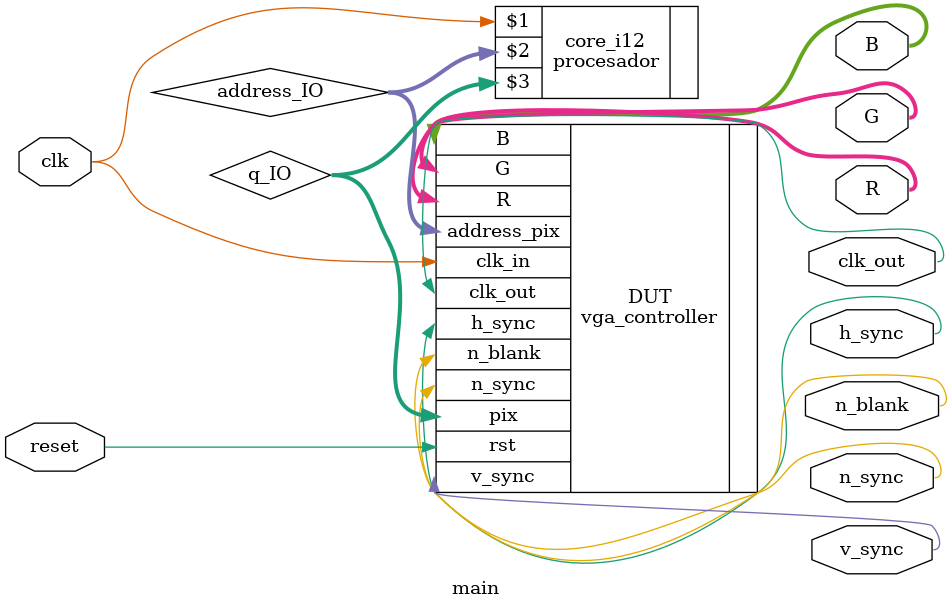
<source format=sv>



module main (
	input logic clk, reset,
	output logic h_sync, v_sync, n_blank, n_sync, clk_out,
	output logic [7:0] R, G, B		
);
	logic [31:0] address_IO;
	logic [7:0] q_IO;
	procesador core_i12(clk, address_IO, q_IO);

	vga_controller DUT (.clk_in(clk),
								.pix(q_IO),
							  .rst(reset),
							  .h_sync(h_sync),
							  .v_sync(v_sync),
							  .n_blank(n_blank),
							  .n_sync(n_sync),
							  .clk_out(clk_out),
							  .R(R),
							  .G(G),
							  .B(B),
							  .address_pix(address_IO));
							  
endmodule

</source>
